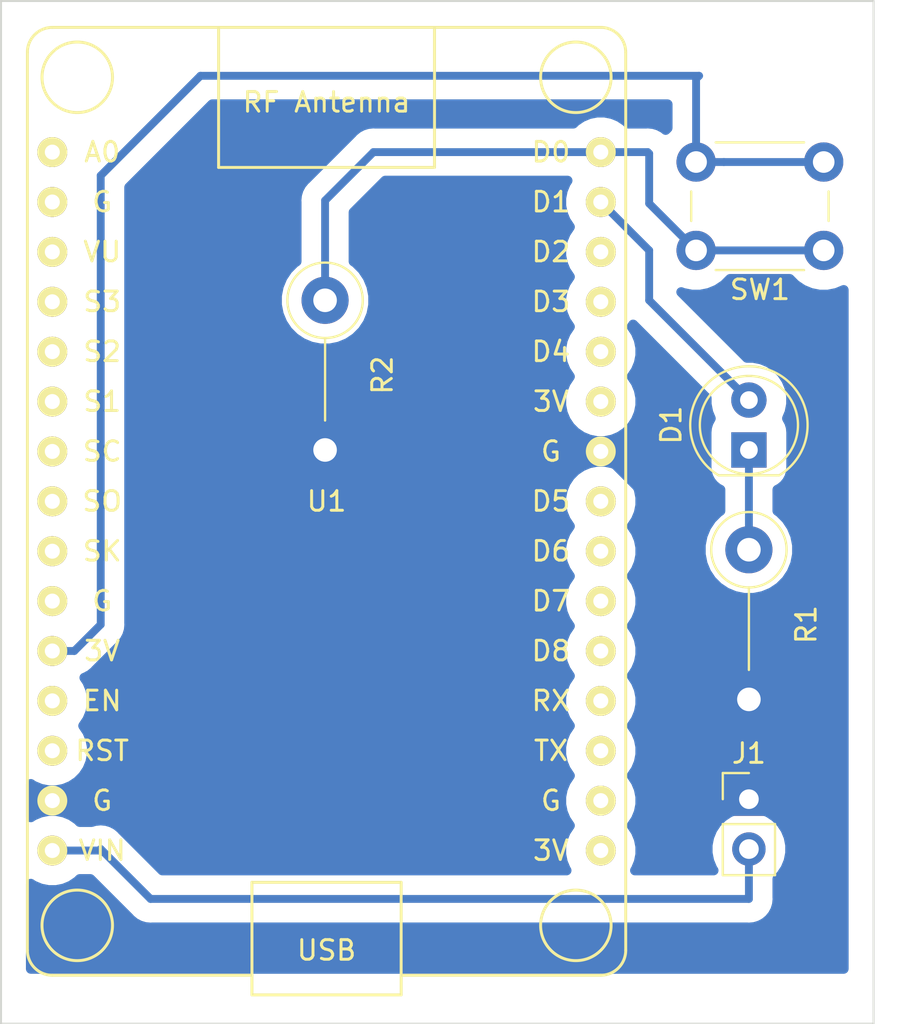
<source format=kicad_pcb>
(kicad_pcb (version 20171130) (host pcbnew 5.1.5-52549c5~86~ubuntu18.04.1)

  (general
    (thickness 1.6)
    (drawings 4)
    (tracks 36)
    (zones 0)
    (modules 6)
    (nets 31)
  )

  (page A4)
  (title_block
    (title "NodeMCU Boton del Pánio ")
    (date 2020-04-20)
    (rev V1.0)
    (company "IES Seritium")
    (comment 1 "por Aurelio Gallardo ")
  )

  (layers
    (0 F.Cu jumper)
    (31 B.Cu signal)
    (33 F.Adhes user)
    (35 F.Paste user)
    (37 F.SilkS user)
    (38 B.Mask user)
    (39 F.Mask user)
    (40 Dwgs.User user)
    (41 Cmts.User user)
    (42 Eco1.User user)
    (43 Eco2.User user)
    (44 Edge.Cuts user)
    (45 Margin user)
    (46 B.CrtYd user)
    (47 F.CrtYd user)
    (49 F.Fab user)
  )

  (setup
    (last_trace_width 0.25)
    (user_trace_width 0.4)
    (trace_clearance 0.2)
    (zone_clearance 0.508)
    (zone_45_only no)
    (trace_min 0.2)
    (via_size 0.8)
    (via_drill 0.4)
    (via_min_size 0.4)
    (via_min_drill 0.3)
    (user_via 0.5 0.4)
    (uvia_size 0.3)
    (uvia_drill 0.1)
    (uvias_allowed no)
    (uvia_min_size 0.2)
    (uvia_min_drill 0.1)
    (edge_width 0.05)
    (segment_width 0.2)
    (pcb_text_width 0.3)
    (pcb_text_size 1.5 1.5)
    (mod_edge_width 0.12)
    (mod_text_size 1 1)
    (mod_text_width 0.15)
    (pad_size 1.524 1.524)
    (pad_drill 0.762)
    (pad_to_mask_clearance 0.051)
    (solder_mask_min_width 0.25)
    (aux_axis_origin 0 0)
    (visible_elements FFFFFF7F)
    (pcbplotparams
      (layerselection 0x010fc_ffffffff)
      (usegerberextensions false)
      (usegerberattributes false)
      (usegerberadvancedattributes false)
      (creategerberjobfile false)
      (excludeedgelayer true)
      (linewidth 0.100000)
      (plotframeref false)
      (viasonmask false)
      (mode 1)
      (useauxorigin false)
      (hpglpennumber 1)
      (hpglpenspeed 20)
      (hpglpendiameter 15.000000)
      (psnegative false)
      (psa4output false)
      (plotreference true)
      (plotvalue true)
      (plotinvisibletext false)
      (padsonsilk false)
      (subtractmaskfromsilk false)
      (outputformat 1)
      (mirror false)
      (drillshape 1)
      (scaleselection 1)
      (outputdirectory ""))
  )

  (net 0 "")
  (net 1 "Net-(D1-Pad1)")
  (net 2 "Net-(D1-Pad2)")
  (net 3 /SWtoD0)
  (net 4 Vdc)
  (net 5 "Net-(U1-Pad1)")
  (net 6 "Net-(U1-Pad2)")
  (net 7 "Net-(U1-Pad3)")
  (net 8 "Net-(U1-Pad4)")
  (net 9 "Net-(U1-Pad5)")
  (net 10 "Net-(U1-Pad6)")
  (net 11 "Net-(U1-Pad7)")
  (net 12 "Net-(U1-Pad8)")
  (net 13 "Net-(U1-Pad9)")
  (net 14 "Net-(U1-Pad10)")
  (net 15 "Net-(U1-Pad12)")
  (net 16 "Net-(U1-Pad13)")
  (net 17 "Net-(U1-Pad16)")
  (net 18 "Net-(U1-Pad17)")
  (net 19 "Net-(U1-Pad18)")
  (net 20 "Net-(U1-Pad19)")
  (net 21 "Net-(U1-Pad20)")
  (net 22 "Net-(U1-Pad21)")
  (net 23 "Net-(U1-Pad22)")
  (net 24 "Net-(U1-Pad23)")
  (net 25 "Net-(U1-Pad25)")
  (net 26 "Net-(U1-Pad26)")
  (net 27 "Net-(U1-Pad27)")
  (net 28 "Net-(U1-Pad28)")
  (net 29 GND)
  (net 30 5V)

  (net_class Default "Esta es la clase de red por defecto."
    (clearance 0.2)
    (trace_width 0.25)
    (via_dia 0.8)
    (via_drill 0.4)
    (uvia_dia 0.3)
    (uvia_drill 0.1)
    (add_net /SWtoD0)
    (add_net 5V)
    (add_net GND)
    (add_net "Net-(D1-Pad1)")
    (add_net "Net-(D1-Pad2)")
    (add_net "Net-(U1-Pad1)")
    (add_net "Net-(U1-Pad10)")
    (add_net "Net-(U1-Pad12)")
    (add_net "Net-(U1-Pad13)")
    (add_net "Net-(U1-Pad16)")
    (add_net "Net-(U1-Pad17)")
    (add_net "Net-(U1-Pad18)")
    (add_net "Net-(U1-Pad19)")
    (add_net "Net-(U1-Pad2)")
    (add_net "Net-(U1-Pad20)")
    (add_net "Net-(U1-Pad21)")
    (add_net "Net-(U1-Pad22)")
    (add_net "Net-(U1-Pad23)")
    (add_net "Net-(U1-Pad25)")
    (add_net "Net-(U1-Pad26)")
    (add_net "Net-(U1-Pad27)")
    (add_net "Net-(U1-Pad28)")
    (add_net "Net-(U1-Pad3)")
    (add_net "Net-(U1-Pad4)")
    (add_net "Net-(U1-Pad5)")
    (add_net "Net-(U1-Pad6)")
    (add_net "Net-(U1-Pad7)")
    (add_net "Net-(U1-Pad8)")
    (add_net "Net-(U1-Pad9)")
    (add_net Vdc)
  )

  (module "NODEMCU:NodeMCU1.0(12-E)" (layer F.Cu) (tedit 5AF3DDCB) (tstamp 5E9F30CE)
    (at 121.995001 82.625001)
    (path /5E9D762E)
    (fp_text reference U1 (at 0 0) (layer F.SilkS)
      (effects (font (size 1 1) (thickness 0.15)))
    )
    (fp_text value "NodeMCU1.0(ESP-12E)" (at 0 -5.08) (layer F.Fab)
      (effects (font (size 1 1) (thickness 0.15)))
    )
    (fp_line (start 13.98 24.13) (end 3.81 24.13) (layer F.SilkS) (width 0.15))
    (fp_text user USB (at 0 22.86) (layer F.SilkS)
      (effects (font (size 1 1) (thickness 0.15)))
    )
    (fp_text user "RF Antenna" (at 0 -20.32) (layer F.SilkS)
      (effects (font (size 1 1) (thickness 0.15)))
    )
    (fp_line (start 5.5 -17) (end -5.5 -17) (layer F.SilkS) (width 0.15))
    (fp_line (start 5.5 -24.13) (end 5.5 -17) (layer F.SilkS) (width 0.15))
    (fp_line (start -5.5 -17) (end -5.5 -24.13) (layer F.SilkS) (width 0.15))
    (fp_line (start -3.8 25.13) (end -3.8 19.4) (layer F.SilkS) (width 0.15))
    (fp_line (start -3.8 19.4) (end 3.8 19.4) (layer F.SilkS) (width 0.15))
    (fp_line (start 3.8 19.4) (end 3.8 25.13) (layer F.SilkS) (width 0.15))
    (fp_line (start 3.8 25.13) (end -3.8 25.13) (layer F.SilkS) (width 0.15))
    (fp_arc (start -13.97 -22.86) (end -15.24 -22.86) (angle 90) (layer F.SilkS) (width 0.15))
    (fp_arc (start 13.97 -22.86) (end 13.97 -24.13) (angle 90) (layer F.SilkS) (width 0.15))
    (fp_arc (start 13.97 22.86) (end 15.24 22.86) (angle 90) (layer F.SilkS) (width 0.15))
    (fp_arc (start -13.97 22.86) (end -13.97 24.13) (angle 90) (layer F.SilkS) (width 0.15))
    (fp_line (start 15.24 -22.86) (end 15.24 22.86) (layer F.SilkS) (width 0.15))
    (fp_line (start -15.24 -22.86) (end -15.24 22.86) (layer F.SilkS) (width 0.15))
    (fp_line (start -3.8 24.13) (end -13.97 24.13) (layer F.SilkS) (width 0.15))
    (fp_text user VIN (at -11.43 17.78) (layer F.SilkS)
      (effects (font (size 1 1) (thickness 0.15)))
    )
    (fp_text user G (at -11.43 15.24) (layer F.SilkS)
      (effects (font (size 1 1) (thickness 0.15)))
    )
    (fp_text user RST (at -11.43 12.7) (layer F.SilkS)
      (effects (font (size 1 1) (thickness 0.15)))
    )
    (fp_text user EN (at -11.43 10.16) (layer F.SilkS)
      (effects (font (size 1 1) (thickness 0.15)))
    )
    (fp_text user 3V (at -11.43 7.62) (layer F.SilkS)
      (effects (font (size 1 1) (thickness 0.15)))
    )
    (fp_text user G (at -11.43 5.08) (layer F.SilkS)
      (effects (font (size 1 1) (thickness 0.15)))
    )
    (fp_text user SK (at -11.43 2.54) (layer F.SilkS)
      (effects (font (size 1 1) (thickness 0.15)))
    )
    (fp_text user SO (at -11.43 0) (layer F.SilkS)
      (effects (font (size 1 1) (thickness 0.15)))
    )
    (fp_text user SC (at -11.43 -2.54) (layer F.SilkS)
      (effects (font (size 1 1) (thickness 0.15)))
    )
    (fp_text user S1 (at -11.43 -5.08) (layer F.SilkS)
      (effects (font (size 1 1) (thickness 0.15)))
    )
    (fp_text user S2 (at -11.43 -7.62) (layer F.SilkS)
      (effects (font (size 1 1) (thickness 0.15)))
    )
    (fp_text user S3 (at -11.43 -10.16) (layer F.SilkS)
      (effects (font (size 1 1) (thickness 0.15)))
    )
    (fp_text user VU (at -11.43 -12.7) (layer F.SilkS)
      (effects (font (size 1 1) (thickness 0.15)))
    )
    (fp_text user G (at -11.43 -15.24) (layer F.SilkS)
      (effects (font (size 1 1) (thickness 0.15)))
    )
    (fp_text user A0 (at -11.43 -17.78) (layer F.SilkS)
      (effects (font (size 1 1) (thickness 0.15)))
    )
    (fp_text user 3V (at 11.43 17.78) (layer F.SilkS)
      (effects (font (size 1 1) (thickness 0.15)))
    )
    (fp_text user G (at 11.43 15.24) (layer F.SilkS)
      (effects (font (size 1 1) (thickness 0.15)))
    )
    (fp_text user TX (at 11.43 12.7) (layer F.SilkS)
      (effects (font (size 1 1) (thickness 0.15)))
    )
    (fp_text user RX (at 11.43 10.16) (layer F.SilkS)
      (effects (font (size 1 1) (thickness 0.15)))
    )
    (fp_text user D8 (at 11.43 7.62) (layer F.SilkS)
      (effects (font (size 1 1) (thickness 0.15)))
    )
    (fp_text user D7 (at 11.43 5.08) (layer F.SilkS)
      (effects (font (size 1 1) (thickness 0.15)))
    )
    (fp_text user D6 (at 11.43 2.54) (layer F.SilkS)
      (effects (font (size 1 1) (thickness 0.15)))
    )
    (fp_text user D5 (at 11.43 0) (layer F.SilkS)
      (effects (font (size 1 1) (thickness 0.15)))
    )
    (fp_text user G (at 11.43 -2.54) (layer F.SilkS)
      (effects (font (size 1 1) (thickness 0.15)))
    )
    (fp_text user 3V (at 11.43 -5.08) (layer F.SilkS)
      (effects (font (size 1 1) (thickness 0.15)))
    )
    (fp_text user D4 (at 11.43 -7.62) (layer F.SilkS)
      (effects (font (size 1 1) (thickness 0.15)))
    )
    (fp_text user D3 (at 11.43 -10.16) (layer F.SilkS)
      (effects (font (size 1 1) (thickness 0.15)))
    )
    (fp_text user D2 (at 11.43 -12.7) (layer F.SilkS)
      (effects (font (size 1 1) (thickness 0.15)))
    )
    (fp_text user D1 (at 11.43 -15.24) (layer F.SilkS)
      (effects (font (size 1 1) (thickness 0.15)))
    )
    (fp_text user D0 (at 11.43 -17.78) (layer F.SilkS)
      (effects (font (size 1 1) (thickness 0.15)))
    )
    (fp_circle (center 12.7 21.59) (end 13.97 20.32) (layer F.SilkS) (width 0.15))
    (fp_circle (center -12.7 21.59) (end -11.43 20.32) (layer F.SilkS) (width 0.15))
    (fp_circle (center -12.7 -21.59) (end -11.43 -22.86) (layer F.SilkS) (width 0.15))
    (fp_circle (center 12.7 -21.59) (end 13.97 -22.86) (layer F.SilkS) (width 0.15))
    (fp_line (start 13.97 -24.13) (end -13.97 -24.13) (layer F.SilkS) (width 0.15))
    (pad 1 thru_hole circle (at -13.97 -17.78) (size 1.524 1.524) (drill 0.762) (layers *.Cu *.Mask F.SilkS)
      (net 5 "Net-(U1-Pad1)"))
    (pad 2 thru_hole circle (at -13.97 -15.24) (size 1.524 1.524) (drill 0.762) (layers *.Cu *.Mask F.SilkS)
      (net 6 "Net-(U1-Pad2)"))
    (pad 3 thru_hole circle (at -13.97 -12.7) (size 1.524 1.524) (drill 0.762) (layers *.Cu *.Mask F.SilkS)
      (net 7 "Net-(U1-Pad3)"))
    (pad 4 thru_hole circle (at -13.97 -10.16) (size 1.524 1.524) (drill 0.762) (layers *.Cu *.Mask F.SilkS)
      (net 8 "Net-(U1-Pad4)"))
    (pad 5 thru_hole circle (at -13.97 -7.62) (size 1.524 1.524) (drill 0.762) (layers *.Cu *.Mask F.SilkS)
      (net 9 "Net-(U1-Pad5)"))
    (pad 6 thru_hole circle (at -13.97 -5.08) (size 1.524 1.524) (drill 0.762) (layers *.Cu *.Mask F.SilkS)
      (net 10 "Net-(U1-Pad6)"))
    (pad 7 thru_hole circle (at -13.97 -2.54) (size 1.524 1.524) (drill 0.762) (layers *.Cu *.Mask F.SilkS)
      (net 11 "Net-(U1-Pad7)"))
    (pad 8 thru_hole circle (at -13.97 0) (size 1.524 1.524) (drill 0.762) (layers *.Cu *.Mask F.SilkS)
      (net 12 "Net-(U1-Pad8)"))
    (pad 9 thru_hole circle (at -13.97 2.54) (size 1.524 1.524) (drill 0.762) (layers *.Cu *.Mask F.SilkS)
      (net 13 "Net-(U1-Pad9)"))
    (pad 10 thru_hole circle (at -13.97 5.08) (size 1.524 1.524) (drill 0.762) (layers *.Cu *.Mask F.SilkS)
      (net 14 "Net-(U1-Pad10)"))
    (pad 11 thru_hole circle (at -13.97 7.62) (size 1.524 1.524) (drill 0.762) (layers *.Cu *.Mask F.SilkS)
      (net 4 Vdc))
    (pad 12 thru_hole circle (at -13.97 10.16) (size 1.524 1.524) (drill 0.762) (layers *.Cu *.Mask F.SilkS)
      (net 15 "Net-(U1-Pad12)"))
    (pad 13 thru_hole circle (at -13.97 12.7) (size 1.524 1.524) (drill 0.762) (layers *.Cu *.Mask F.SilkS)
      (net 16 "Net-(U1-Pad13)"))
    (pad 14 thru_hole circle (at -13.97 15.24) (size 1.524 1.524) (drill 0.762) (layers *.Cu *.Mask F.SilkS)
      (net 29 GND))
    (pad 15 thru_hole circle (at -13.97 17.78) (size 1.524 1.524) (drill 0.762) (layers *.Cu *.Mask F.SilkS)
      (net 30 5V))
    (pad 16 thru_hole circle (at 13.97 17.78) (size 1.524 1.524) (drill 0.762) (layers *.Cu *.Mask F.SilkS)
      (net 17 "Net-(U1-Pad16)"))
    (pad 17 thru_hole circle (at 13.97 15.24) (size 1.524 1.524) (drill 0.762) (layers *.Cu *.Mask F.SilkS)
      (net 18 "Net-(U1-Pad17)"))
    (pad 18 thru_hole circle (at 13.97 12.7) (size 1.524 1.524) (drill 0.762) (layers *.Cu *.Mask F.SilkS)
      (net 19 "Net-(U1-Pad18)"))
    (pad 19 thru_hole circle (at 13.97 10.16) (size 1.524 1.524) (drill 0.762) (layers *.Cu *.Mask F.SilkS)
      (net 20 "Net-(U1-Pad19)"))
    (pad 20 thru_hole circle (at 13.97 7.62) (size 1.524 1.524) (drill 0.762) (layers *.Cu *.Mask F.SilkS)
      (net 21 "Net-(U1-Pad20)"))
    (pad 21 thru_hole circle (at 13.97 5.08) (size 1.524 1.524) (drill 0.762) (layers *.Cu *.Mask F.SilkS)
      (net 22 "Net-(U1-Pad21)"))
    (pad 22 thru_hole circle (at 13.97 2.54) (size 1.524 1.524) (drill 0.762) (layers *.Cu *.Mask F.SilkS)
      (net 23 "Net-(U1-Pad22)"))
    (pad 23 thru_hole circle (at 13.97 0) (size 1.524 1.524) (drill 0.762) (layers *.Cu *.Mask F.SilkS)
      (net 24 "Net-(U1-Pad23)"))
    (pad 24 thru_hole circle (at 13.97 -2.54) (size 1.524 1.524) (drill 0.762) (layers *.Cu *.Mask F.SilkS)
      (net 29 GND))
    (pad 25 thru_hole circle (at 13.97 -5.08) (size 1.524 1.524) (drill 0.762) (layers *.Cu *.Mask F.SilkS)
      (net 25 "Net-(U1-Pad25)"))
    (pad 26 thru_hole circle (at 13.97 -7.62) (size 1.524 1.524) (drill 0.762) (layers *.Cu *.Mask F.SilkS)
      (net 26 "Net-(U1-Pad26)"))
    (pad 27 thru_hole circle (at 13.97 -10.16) (size 1.524 1.524) (drill 0.762) (layers *.Cu *.Mask F.SilkS)
      (net 27 "Net-(U1-Pad27)"))
    (pad 28 thru_hole circle (at 13.97 -12.7) (size 1.524 1.524) (drill 0.762) (layers *.Cu *.Mask F.SilkS)
      (net 28 "Net-(U1-Pad28)"))
    (pad 29 thru_hole circle (at 13.97 -15.24) (size 1.524 1.524) (drill 0.762) (layers *.Cu *.Mask F.SilkS)
      (net 2 "Net-(D1-Pad2)"))
    (pad 30 thru_hole circle (at 13.97 -17.78) (size 1.524 1.524) (drill 0.762) (layers *.Cu *.Mask F.SilkS)
      (net 3 /SWtoD0))
  )

  (module LED_THT:LED_D5.0mm (layer F.Cu) (tedit 5995936A) (tstamp 5E9F3025)
    (at 143.51 80.01 90)
    (descr "LED, diameter 5.0mm, 2 pins, http://cdn-reichelt.de/documents/datenblatt/A500/LL-504BC2E-009.pdf")
    (tags "LED diameter 5.0mm 2 pins")
    (path /5E9DA556)
    (fp_text reference D1 (at 1.27 -3.96 90) (layer F.SilkS)
      (effects (font (size 1 1) (thickness 0.15)))
    )
    (fp_text value LED (at 1.27 3.96 90) (layer F.Fab)
      (effects (font (size 1 1) (thickness 0.15)))
    )
    (fp_arc (start 1.27 0) (end -1.23 -1.469694) (angle 299.1) (layer F.Fab) (width 0.1))
    (fp_arc (start 1.27 0) (end -1.29 -1.54483) (angle 148.9) (layer F.SilkS) (width 0.12))
    (fp_arc (start 1.27 0) (end -1.29 1.54483) (angle -148.9) (layer F.SilkS) (width 0.12))
    (fp_circle (center 1.27 0) (end 3.77 0) (layer F.Fab) (width 0.1))
    (fp_circle (center 1.27 0) (end 3.77 0) (layer F.SilkS) (width 0.12))
    (fp_line (start -1.23 -1.469694) (end -1.23 1.469694) (layer F.Fab) (width 0.1))
    (fp_line (start -1.29 -1.545) (end -1.29 1.545) (layer F.SilkS) (width 0.12))
    (fp_line (start -1.95 -3.25) (end -1.95 3.25) (layer F.CrtYd) (width 0.05))
    (fp_line (start -1.95 3.25) (end 4.5 3.25) (layer F.CrtYd) (width 0.05))
    (fp_line (start 4.5 3.25) (end 4.5 -3.25) (layer F.CrtYd) (width 0.05))
    (fp_line (start 4.5 -3.25) (end -1.95 -3.25) (layer F.CrtYd) (width 0.05))
    (fp_text user %R (at 1.25 0 90) (layer F.Fab)
      (effects (font (size 0.8 0.8) (thickness 0.2)))
    )
    (pad 1 thru_hole rect (at 0 0 90) (size 1.8 1.8) (drill 0.9) (layers *.Cu *.Mask)
      (net 1 "Net-(D1-Pad1)"))
    (pad 2 thru_hole circle (at 2.54 0 90) (size 1.8 1.8) (drill 0.9) (layers *.Cu *.Mask)
      (net 2 "Net-(D1-Pad2)"))
    (model ${KISYS3DMOD}/LED_THT.3dshapes/LED_D5.0mm.wrl
      (at (xyz 0 0 0))
      (scale (xyz 1 1 1))
      (rotate (xyz 0 0 0))
    )
  )

  (module Connector_PinHeader_2.54mm:PinHeader_1x02_P2.54mm_Vertical (layer F.Cu) (tedit 59FED5CC) (tstamp 5E9F303B)
    (at 143.51 97.79)
    (descr "Through hole straight pin header, 1x02, 2.54mm pitch, single row")
    (tags "Through hole pin header THT 1x02 2.54mm single row")
    (path /5E9EB940)
    (fp_text reference J1 (at 0 -2.33) (layer F.SilkS)
      (effects (font (size 1 1) (thickness 0.15)))
    )
    (fp_text value Conn_01x02_Female (at 0 4.87) (layer F.Fab)
      (effects (font (size 1 1) (thickness 0.15)))
    )
    (fp_line (start -0.635 -1.27) (end 1.27 -1.27) (layer F.Fab) (width 0.1))
    (fp_line (start 1.27 -1.27) (end 1.27 3.81) (layer F.Fab) (width 0.1))
    (fp_line (start 1.27 3.81) (end -1.27 3.81) (layer F.Fab) (width 0.1))
    (fp_line (start -1.27 3.81) (end -1.27 -0.635) (layer F.Fab) (width 0.1))
    (fp_line (start -1.27 -0.635) (end -0.635 -1.27) (layer F.Fab) (width 0.1))
    (fp_line (start -1.33 3.87) (end 1.33 3.87) (layer F.SilkS) (width 0.12))
    (fp_line (start -1.33 1.27) (end -1.33 3.87) (layer F.SilkS) (width 0.12))
    (fp_line (start 1.33 1.27) (end 1.33 3.87) (layer F.SilkS) (width 0.12))
    (fp_line (start -1.33 1.27) (end 1.33 1.27) (layer F.SilkS) (width 0.12))
    (fp_line (start -1.33 0) (end -1.33 -1.33) (layer F.SilkS) (width 0.12))
    (fp_line (start -1.33 -1.33) (end 0 -1.33) (layer F.SilkS) (width 0.12))
    (fp_line (start -1.8 -1.8) (end -1.8 4.35) (layer F.CrtYd) (width 0.05))
    (fp_line (start -1.8 4.35) (end 1.8 4.35) (layer F.CrtYd) (width 0.05))
    (fp_line (start 1.8 4.35) (end 1.8 -1.8) (layer F.CrtYd) (width 0.05))
    (fp_line (start 1.8 -1.8) (end -1.8 -1.8) (layer F.CrtYd) (width 0.05))
    (fp_text user %R (at 0.834999 0.984999 90) (layer F.Fab)
      (effects (font (size 1 1) (thickness 0.15)))
    )
    (pad 1 thru_hole rect (at 0 0) (size 1.7 1.7) (drill 1) (layers *.Cu *.Mask)
      (net 29 GND))
    (pad 2 thru_hole oval (at 0 2.54) (size 1.7 1.7) (drill 1) (layers *.Cu *.Mask)
      (net 30 5V))
    (model ${KISYS3DMOD}/Connector_PinHeader_2.54mm.3dshapes/PinHeader_1x02_P2.54mm_Vertical.wrl
      (at (xyz 0 0 0))
      (scale (xyz 1 1 1))
      (rotate (xyz 0 0 0))
    )
  )

  (module Resistor_THT:R_Axial_DIN0411_L9.9mm_D3.6mm_P7.62mm_Vertical (layer F.Cu) (tedit 5AE5139B) (tstamp 5E9F304A)
    (at 143.51 85.09 270)
    (descr "Resistor, Axial_DIN0411 series, Axial, Vertical, pin pitch=7.62mm, 1W, length*diameter=9.9*3.6mm^2")
    (tags "Resistor Axial_DIN0411 series Axial Vertical pin pitch 7.62mm 1W length 9.9mm diameter 3.6mm")
    (path /5E9DB671)
    (fp_text reference R1 (at 3.81 -2.92 90) (layer F.SilkS)
      (effects (font (size 1 1) (thickness 0.15)))
    )
    (fp_text value 220 (at 3.81 2.92 90) (layer F.Fab)
      (effects (font (size 1 1) (thickness 0.15)))
    )
    (fp_circle (center 0 0) (end 1.8 0) (layer F.Fab) (width 0.1))
    (fp_circle (center 0 0) (end 1.92 0) (layer F.SilkS) (width 0.12))
    (fp_line (start 0 0) (end 7.62 0) (layer F.Fab) (width 0.1))
    (fp_line (start 1.92 0) (end 6.12 0) (layer F.SilkS) (width 0.12))
    (fp_line (start -2.05 -2.05) (end -2.05 2.05) (layer F.CrtYd) (width 0.05))
    (fp_line (start -2.05 2.05) (end 9.07 2.05) (layer F.CrtYd) (width 0.05))
    (fp_line (start 9.07 2.05) (end 9.07 -2.05) (layer F.CrtYd) (width 0.05))
    (fp_line (start 9.07 -2.05) (end -2.05 -2.05) (layer F.CrtYd) (width 0.05))
    (fp_text user %R (at 3.81 -2.92 90) (layer F.Fab)
      (effects (font (size 1 1) (thickness 0.15)))
    )
    (pad 1 thru_hole circle (at 0 0 270) (size 2.4 2.4) (drill 1.2) (layers *.Cu *.Mask)
      (net 1 "Net-(D1-Pad1)"))
    (pad 2 thru_hole oval (at 7.62 0 270) (size 2.4 2.4) (drill 1.2) (layers *.Cu *.Mask)
      (net 29 GND))
    (model ${KISYS3DMOD}/Resistor_THT.3dshapes/R_Axial_DIN0411_L9.9mm_D3.6mm_P7.62mm_Vertical.wrl
      (at (xyz 0 0 0))
      (scale (xyz 1 1 1))
      (rotate (xyz 0 0 0))
    )
  )

  (module Resistor_THT:R_Axial_DIN0411_L9.9mm_D3.6mm_P7.62mm_Vertical (layer F.Cu) (tedit 5AE5139B) (tstamp 5E9F3059)
    (at 121.92 72.39 270)
    (descr "Resistor, Axial_DIN0411 series, Axial, Vertical, pin pitch=7.62mm, 1W, length*diameter=9.9*3.6mm^2")
    (tags "Resistor Axial_DIN0411 series Axial Vertical pin pitch 7.62mm 1W length 9.9mm diameter 3.6mm")
    (path /5E9DC341)
    (fp_text reference R2 (at 3.81 -2.92 90) (layer F.SilkS)
      (effects (font (size 1 1) (thickness 0.15)))
    )
    (fp_text value 10k (at 3.81 2.92 90) (layer F.Fab)
      (effects (font (size 1 1) (thickness 0.15)))
    )
    (fp_text user %R (at 3.81 -2.92 90) (layer F.Fab)
      (effects (font (size 1 1) (thickness 0.15)))
    )
    (fp_line (start 9.07 -2.05) (end -2.05 -2.05) (layer F.CrtYd) (width 0.05))
    (fp_line (start 9.07 2.05) (end 9.07 -2.05) (layer F.CrtYd) (width 0.05))
    (fp_line (start -2.05 2.05) (end 9.07 2.05) (layer F.CrtYd) (width 0.05))
    (fp_line (start -2.05 -2.05) (end -2.05 2.05) (layer F.CrtYd) (width 0.05))
    (fp_line (start 1.92 0) (end 6.12 0) (layer F.SilkS) (width 0.12))
    (fp_line (start 0 0) (end 7.62 0) (layer F.Fab) (width 0.1))
    (fp_circle (center 0 0) (end 1.92 0) (layer F.SilkS) (width 0.12))
    (fp_circle (center 0 0) (end 1.8 0) (layer F.Fab) (width 0.1))
    (pad 2 thru_hole oval (at 7.62 0 270) (size 2.4 2.4) (drill 1.2) (layers *.Cu *.Mask)
      (net 29 GND))
    (pad 1 thru_hole circle (at 0 0 270) (size 2.4 2.4) (drill 1.2) (layers *.Cu *.Mask)
      (net 3 /SWtoD0))
    (model ${KISYS3DMOD}/Resistor_THT.3dshapes/R_Axial_DIN0411_L9.9mm_D3.6mm_P7.62mm_Vertical.wrl
      (at (xyz 0 0 0))
      (scale (xyz 1 1 1))
      (rotate (xyz 0 0 0))
    )
  )

  (module Button_Switch_THT:SW_PUSH_6mm_H13mm (layer F.Cu) (tedit 5A02FE31) (tstamp 5E9F3078)
    (at 147.32 69.85 180)
    (descr "tactile push button, 6x6mm e.g. PHAP33xx series, height=13mm")
    (tags "tact sw push 6mm")
    (path /5E9DBCBD)
    (fp_text reference SW1 (at 3.25 -2) (layer F.SilkS)
      (effects (font (size 1 1) (thickness 0.15)))
    )
    (fp_text value SW_Push_Dual_x2 (at 3.75 6.7) (layer F.Fab)
      (effects (font (size 1 1) (thickness 0.15)))
    )
    (fp_text user %R (at 3.25 2.25) (layer F.Fab)
      (effects (font (size 1 1) (thickness 0.15)))
    )
    (fp_line (start 3.25 -0.75) (end 6.25 -0.75) (layer F.Fab) (width 0.1))
    (fp_line (start 6.25 -0.75) (end 6.25 5.25) (layer F.Fab) (width 0.1))
    (fp_line (start 6.25 5.25) (end 0.25 5.25) (layer F.Fab) (width 0.1))
    (fp_line (start 0.25 5.25) (end 0.25 -0.75) (layer F.Fab) (width 0.1))
    (fp_line (start 0.25 -0.75) (end 3.25 -0.75) (layer F.Fab) (width 0.1))
    (fp_line (start 7.75 6) (end 8 6) (layer F.CrtYd) (width 0.05))
    (fp_line (start 8 6) (end 8 5.75) (layer F.CrtYd) (width 0.05))
    (fp_line (start 7.75 -1.5) (end 8 -1.5) (layer F.CrtYd) (width 0.05))
    (fp_line (start 8 -1.5) (end 8 -1.25) (layer F.CrtYd) (width 0.05))
    (fp_line (start -1.5 -1.25) (end -1.5 -1.5) (layer F.CrtYd) (width 0.05))
    (fp_line (start -1.5 -1.5) (end -1.25 -1.5) (layer F.CrtYd) (width 0.05))
    (fp_line (start -1.5 5.75) (end -1.5 6) (layer F.CrtYd) (width 0.05))
    (fp_line (start -1.5 6) (end -1.25 6) (layer F.CrtYd) (width 0.05))
    (fp_line (start -1.25 -1.5) (end 7.75 -1.5) (layer F.CrtYd) (width 0.05))
    (fp_line (start -1.5 5.75) (end -1.5 -1.25) (layer F.CrtYd) (width 0.05))
    (fp_line (start 7.75 6) (end -1.25 6) (layer F.CrtYd) (width 0.05))
    (fp_line (start 8 -1.25) (end 8 5.75) (layer F.CrtYd) (width 0.05))
    (fp_line (start 1 5.5) (end 5.5 5.5) (layer F.SilkS) (width 0.12))
    (fp_line (start -0.25 1.5) (end -0.25 3) (layer F.SilkS) (width 0.12))
    (fp_line (start 5.5 -1) (end 1 -1) (layer F.SilkS) (width 0.12))
    (fp_line (start 6.75 3) (end 6.75 1.5) (layer F.SilkS) (width 0.12))
    (fp_circle (center 3.25 2.25) (end 1.25 2.5) (layer F.Fab) (width 0.1))
    (pad 2 thru_hole circle (at 0 4.5 270) (size 2 2) (drill 1.1) (layers *.Cu *.Mask)
      (net 4 Vdc))
    (pad 1 thru_hole circle (at 0 0 270) (size 2 2) (drill 1.1) (layers *.Cu *.Mask)
      (net 3 /SWtoD0))
    (pad 2 thru_hole circle (at 6.5 4.5 270) (size 2 2) (drill 1.1) (layers *.Cu *.Mask)
      (net 4 Vdc))
    (pad 1 thru_hole circle (at 6.5 0 270) (size 2 2) (drill 1.1) (layers *.Cu *.Mask)
      (net 3 /SWtoD0))
    (model ${KISYS3DMOD}/Button_Switch_THT.3dshapes/SW_PUSH_6mm_H13mm.wrl
      (at (xyz 0 0 0))
      (scale (xyz 1 1 1))
      (rotate (xyz 0 0 0))
    )
  )

  (gr_line (start 149.86 57.15) (end 149.86 109.22) (layer Edge.Cuts) (width 0.1))
  (gr_line (start 105.41 57.15) (end 149.86 57.15) (layer Edge.Cuts) (width 0.1))
  (gr_line (start 105.41 109.22) (end 105.41 57.15) (layer Edge.Cuts) (width 0.1))
  (gr_line (start 149.86 109.22) (end 105.41 109.22) (layer Edge.Cuts) (width 0.1))

  (segment (start 143.51 80.01) (end 143.51 85.09) (width 0.4) (layer B.Cu) (net 1))
  (segment (start 135.965001 67.385001) (end 138.43 69.85) (width 0.4) (layer B.Cu) (net 2))
  (segment (start 138.43 69.85) (end 138.43 72.39) (width 0.4) (layer B.Cu) (net 2))
  (segment (start 138.43 72.39) (end 143.51 77.47) (width 0.4) (layer B.Cu) (net 2))
  (segment (start 135.965001 64.845001) (end 138.354999 64.845001) (width 0.4) (layer B.Cu) (net 3))
  (segment (start 138.354999 64.845001) (end 138.43 64.920002) (width 0.4) (layer B.Cu) (net 3))
  (segment (start 138.43 67.46) (end 140.82 69.85) (width 0.4) (layer B.Cu) (net 3))
  (segment (start 138.43 64.920002) (end 138.43 67.46) (width 0.4) (layer B.Cu) (net 3))
  (segment (start 147.32 69.85) (end 140.82 69.85) (width 0.4) (layer B.Cu) (net 3))
  (segment (start 135.965001 64.845001) (end 124.384999 64.845001) (width 0.4) (layer B.Cu) (net 3))
  (segment (start 121.92 67.31) (end 121.92 72.39) (width 0.4) (layer B.Cu) (net 3))
  (segment (start 124.384999 64.845001) (end 121.92 67.31) (width 0.4) (layer B.Cu) (net 3))
  (segment (start 142.234213 65.35) (end 147.32 65.35) (width 0.4) (layer B.Cu) (net 4))
  (segment (start 140.82 65.35) (end 142.234213 65.35) (width 0.4) (layer B.Cu) (net 4))
  (segment (start 140.82 61.11) (end 140.82 65.35) (width 0.4) (layer B.Cu) (net 4))
  (segment (start 109.144999 90.245001) (end 110.49 88.9) (width 0.4) (layer B.Cu) (net 4))
  (segment (start 115.57 60.96) (end 140.97 60.96) (width 0.4) (layer B.Cu) (net 4))
  (segment (start 140.97 60.96) (end 140.82 61.11) (width 0.4) (layer B.Cu) (net 4))
  (segment (start 110.49 88.9) (end 110.49 66.04) (width 0.4) (layer B.Cu) (net 4))
  (segment (start 108.025001 90.245001) (end 109.144999 90.245001) (width 0.4) (layer B.Cu) (net 4))
  (segment (start 110.49 66.04) (end 115.57 60.96) (width 0.4) (layer B.Cu) (net 4))
  (segment (start 108.025001 97.865001) (end 114.224999 97.865001) (width 0.4) (layer B.Cu) (net 29))
  (segment (start 121.92 90.17) (end 121.92 80.01) (width 0.4) (layer B.Cu) (net 29))
  (segment (start 114.224999 97.865001) (end 121.92 90.17) (width 0.4) (layer B.Cu) (net 29))
  (segment (start 135.89 80.01) (end 135.965001 80.085001) (width 0.4) (layer B.Cu) (net 29))
  (segment (start 121.92 80.01) (end 135.89 80.01) (width 0.4) (layer B.Cu) (net 29))
  (segment (start 135.965001 80.085001) (end 139.7 83.82) (width 0.4) (layer B.Cu) (net 29))
  (segment (start 139.7 83.82) (end 139.7 91.44) (width 0.4) (layer B.Cu) (net 29))
  (segment (start 140.97 92.71) (end 143.51 92.71) (width 0.4) (layer B.Cu) (net 29))
  (segment (start 139.7 91.44) (end 140.97 92.71) (width 0.4) (layer B.Cu) (net 29))
  (segment (start 143.51 97.79) (end 143.51 92.71) (width 0.4) (layer B.Cu) (net 29))
  (segment (start 143.51 100.33) (end 143.51 102.87) (width 0.4) (layer B.Cu) (net 30))
  (segment (start 143.51 102.87) (end 113.03 102.87) (width 0.4) (layer B.Cu) (net 30))
  (segment (start 113.03 102.87) (end 110.49 100.33) (width 0.4) (layer B.Cu) (net 30))
  (segment (start 110.414999 100.405001) (end 108.025001 100.405001) (width 0.4) (layer B.Cu) (net 30))
  (segment (start 110.49 100.33) (end 110.414999 100.405001) (width 0.4) (layer B.Cu) (net 30))

  (zone (net 29) (net_name GND) (layer B.Cu) (tstamp 0) (hatch edge 0.508)
    (connect_pads yes (clearance 1))
    (min_thickness 0.5)
    (fill yes (arc_segments 32) (thermal_gap 1) (thermal_bridge_width 1))
    (polygon
      (pts
        (xy 148.59 106.68) (xy 106.68 106.68) (xy 106.68 58.42) (xy 148.59 58.42)
      )
    )
    (filled_polygon
      (pts
        (xy 139.370001 63.618018) (xy 139.268834 63.719185) (xy 139.164473 63.633537) (xy 138.912575 63.498895) (xy 138.639249 63.415982)
        (xy 138.426224 63.395001) (xy 138.426214 63.395001) (xy 138.354999 63.387987) (xy 138.283784 63.395001) (xy 137.360398 63.395001)
        (xy 137.247576 63.282179) (xy 136.91804 63.06199) (xy 136.55188 62.910321) (xy 136.163166 62.833001) (xy 135.766836 62.833001)
        (xy 135.378122 62.910321) (xy 135.011962 63.06199) (xy 134.682426 63.282179) (xy 134.569604 63.395001) (xy 124.456213 63.395001)
        (xy 124.384998 63.387987) (xy 124.313783 63.395001) (xy 124.313774 63.395001) (xy 124.100749 63.415982) (xy 123.827423 63.498895)
        (xy 123.708565 63.562426) (xy 123.575525 63.633537) (xy 123.410057 63.769333) (xy 123.410054 63.769336) (xy 123.354734 63.814736)
        (xy 123.309333 63.870057) (xy 120.945057 66.234334) (xy 120.889735 66.279736) (xy 120.844335 66.335056) (xy 120.844332 66.335059)
        (xy 120.764806 66.431962) (xy 120.708536 66.500527) (xy 120.573894 66.752425) (xy 120.490981 67.025751) (xy 120.47 67.238776)
        (xy 120.47 67.238785) (xy 120.462986 67.31) (xy 120.47 67.381215) (xy 120.470001 70.412268) (xy 120.358216 70.48696)
        (xy 120.01696 70.828216) (xy 119.748838 71.22949) (xy 119.564152 71.675361) (xy 119.47 72.148696) (xy 119.47 72.631304)
        (xy 119.564152 73.104639) (xy 119.748838 73.55051) (xy 120.01696 73.951784) (xy 120.358216 74.29304) (xy 120.75949 74.561162)
        (xy 121.205361 74.745848) (xy 121.678696 74.84) (xy 122.161304 74.84) (xy 122.634639 74.745848) (xy 123.08051 74.561162)
        (xy 123.481784 74.29304) (xy 123.82304 73.951784) (xy 124.091162 73.55051) (xy 124.275848 73.104639) (xy 124.37 72.631304)
        (xy 124.37 72.148696) (xy 124.275848 71.675361) (xy 124.091162 71.22949) (xy 123.82304 70.828216) (xy 123.481784 70.48696)
        (xy 123.37 70.412269) (xy 123.37 67.910609) (xy 124.985609 66.295001) (xy 134.273504 66.295001) (xy 134.18199 66.431962)
        (xy 134.030321 66.798122) (xy 133.953001 67.186836) (xy 133.953001 67.583166) (xy 134.030321 67.97188) (xy 134.18199 68.33804)
        (xy 134.393777 68.655001) (xy 134.18199 68.971962) (xy 134.030321 69.338122) (xy 133.953001 69.726836) (xy 133.953001 70.123166)
        (xy 134.030321 70.51188) (xy 134.18199 70.87804) (xy 134.393777 71.195001) (xy 134.18199 71.511962) (xy 134.030321 71.878122)
        (xy 133.953001 72.266836) (xy 133.953001 72.663166) (xy 134.030321 73.05188) (xy 134.18199 73.41804) (xy 134.393777 73.735001)
        (xy 134.18199 74.051962) (xy 134.030321 74.418122) (xy 133.953001 74.806836) (xy 133.953001 75.203166) (xy 134.030321 75.59188)
        (xy 134.18199 75.95804) (xy 134.393777 76.275001) (xy 134.18199 76.591962) (xy 134.030321 76.958122) (xy 133.953001 77.346836)
        (xy 133.953001 77.743166) (xy 134.030321 78.13188) (xy 134.18199 78.49804) (xy 134.402179 78.827576) (xy 134.682426 79.107823)
        (xy 135.011962 79.328012) (xy 135.378122 79.479681) (xy 135.766836 79.557001) (xy 136.163166 79.557001) (xy 136.55188 79.479681)
        (xy 136.91804 79.328012) (xy 137.247576 79.107823) (xy 137.527823 78.827576) (xy 137.748012 78.49804) (xy 137.899681 78.13188)
        (xy 137.977001 77.743166) (xy 137.977001 77.346836) (xy 137.899681 76.958122) (xy 137.748012 76.591962) (xy 137.536225 76.275001)
        (xy 137.748012 75.95804) (xy 137.899681 75.59188) (xy 137.977001 75.203166) (xy 137.977001 74.806836) (xy 137.899681 74.418122)
        (xy 137.748012 74.051962) (xy 137.536225 73.735001) (xy 137.611594 73.622203) (xy 141.36 77.37061) (xy 141.36 77.681757)
        (xy 141.442623 78.097132) (xy 141.570609 78.406115) (xy 141.565634 78.412177) (xy 141.449563 78.629331) (xy 141.378087 78.864957)
        (xy 141.353952 79.11) (xy 141.353952 80.91) (xy 141.378087 81.155043) (xy 141.449563 81.390669) (xy 141.565634 81.607823)
        (xy 141.72184 81.79816) (xy 141.912177 81.954366) (xy 142.06 82.033379) (xy 142.060001 83.112268) (xy 141.948216 83.18696)
        (xy 141.60696 83.528216) (xy 141.338838 83.92949) (xy 141.154152 84.375361) (xy 141.06 84.848696) (xy 141.06 85.331304)
        (xy 141.154152 85.804639) (xy 141.338838 86.25051) (xy 141.60696 86.651784) (xy 141.948216 86.99304) (xy 142.34949 87.261162)
        (xy 142.795361 87.445848) (xy 143.268696 87.54) (xy 143.751304 87.54) (xy 144.224639 87.445848) (xy 144.67051 87.261162)
        (xy 145.071784 86.99304) (xy 145.41304 86.651784) (xy 145.681162 86.25051) (xy 145.865848 85.804639) (xy 145.96 85.331304)
        (xy 145.96 84.848696) (xy 145.865848 84.375361) (xy 145.681162 83.92949) (xy 145.41304 83.528216) (xy 145.071784 83.18696)
        (xy 144.96 83.112269) (xy 144.96 82.033379) (xy 145.107823 81.954366) (xy 145.29816 81.79816) (xy 145.454366 81.607823)
        (xy 145.570437 81.390669) (xy 145.641913 81.155043) (xy 145.666048 80.91) (xy 145.666048 79.11) (xy 145.641913 78.864957)
        (xy 145.570437 78.629331) (xy 145.454366 78.412177) (xy 145.449391 78.406115) (xy 145.577377 78.097132) (xy 145.66 77.681757)
        (xy 145.66 77.258243) (xy 145.577377 76.842868) (xy 145.415305 76.451593) (xy 145.180014 76.099455) (xy 144.880545 75.799986)
        (xy 144.528407 75.564695) (xy 144.137132 75.402623) (xy 143.721757 75.32) (xy 143.41061 75.32) (xy 140.062031 71.971422)
        (xy 140.163699 72.013534) (xy 140.598394 72.1) (xy 141.041606 72.1) (xy 141.476301 72.013534) (xy 141.885775 71.843924)
        (xy 142.254292 71.597689) (xy 142.551981 71.3) (xy 145.588019 71.3) (xy 145.885708 71.597689) (xy 146.254225 71.843924)
        (xy 146.663699 72.013534) (xy 147.098394 72.1) (xy 147.541606 72.1) (xy 147.976301 72.013534) (xy 148.34 71.862885)
        (xy 148.34 106.43) (xy 106.93 106.43) (xy 106.93 102.093156) (xy 107.071962 102.188012) (xy 107.438122 102.339681)
        (xy 107.826836 102.417001) (xy 108.223166 102.417001) (xy 108.61188 102.339681) (xy 108.97804 102.188012) (xy 109.307576 101.967823)
        (xy 109.420398 101.855001) (xy 109.964392 101.855001) (xy 111.954334 103.844944) (xy 111.999735 103.900265) (xy 112.055055 103.945665)
        (xy 112.055058 103.945668) (xy 112.174092 104.043356) (xy 112.220526 104.081464) (xy 112.472424 104.216106) (xy 112.74575 104.299019)
        (xy 112.958775 104.32) (xy 112.958784 104.32) (xy 113.029999 104.327014) (xy 113.101214 104.32) (xy 143.438775 104.32)
        (xy 143.51 104.327015) (xy 143.79425 104.299019) (xy 144.067576 104.216106) (xy 144.319474 104.081464) (xy 144.540265 103.900265)
        (xy 144.721464 103.679474) (xy 144.856106 103.427576) (xy 144.939019 103.15425) (xy 144.96 102.941225) (xy 144.967015 102.87)
        (xy 144.96 102.798775) (xy 144.96 101.849849) (xy 145.141177 101.668672) (xy 145.370996 101.324723) (xy 145.529298 100.942547)
        (xy 145.61 100.536832) (xy 145.61 100.123168) (xy 145.529298 99.717453) (xy 145.370996 99.335277) (xy 145.141177 98.991328)
        (xy 144.848672 98.698823) (xy 144.504723 98.469004) (xy 144.122547 98.310702) (xy 143.716832 98.23) (xy 143.303168 98.23)
        (xy 142.897453 98.310702) (xy 142.515277 98.469004) (xy 142.171328 98.698823) (xy 141.878823 98.991328) (xy 141.649004 99.335277)
        (xy 141.490702 99.717453) (xy 141.41 100.123168) (xy 141.41 100.536832) (xy 141.490702 100.942547) (xy 141.649004 101.324723)
        (xy 141.712666 101.42) (xy 137.706612 101.42) (xy 137.748012 101.35804) (xy 137.899681 100.99188) (xy 137.977001 100.603166)
        (xy 137.977001 100.206836) (xy 137.899681 99.818122) (xy 137.748012 99.451962) (xy 137.536225 99.135001) (xy 137.748012 98.81804)
        (xy 137.899681 98.45188) (xy 137.977001 98.063166) (xy 137.977001 97.666836) (xy 137.899681 97.278122) (xy 137.748012 96.911962)
        (xy 137.536225 96.595001) (xy 137.748012 96.27804) (xy 137.899681 95.91188) (xy 137.977001 95.523166) (xy 137.977001 95.126836)
        (xy 137.899681 94.738122) (xy 137.748012 94.371962) (xy 137.536225 94.055001) (xy 137.748012 93.73804) (xy 137.899681 93.37188)
        (xy 137.977001 92.983166) (xy 137.977001 92.586836) (xy 137.899681 92.198122) (xy 137.748012 91.831962) (xy 137.536225 91.515001)
        (xy 137.748012 91.19804) (xy 137.899681 90.83188) (xy 137.977001 90.443166) (xy 137.977001 90.046836) (xy 137.899681 89.658122)
        (xy 137.748012 89.291962) (xy 137.536225 88.975001) (xy 137.748012 88.65804) (xy 137.899681 88.29188) (xy 137.977001 87.903166)
        (xy 137.977001 87.506836) (xy 137.899681 87.118122) (xy 137.748012 86.751962) (xy 137.536225 86.435001) (xy 137.748012 86.11804)
        (xy 137.899681 85.75188) (xy 137.977001 85.363166) (xy 137.977001 84.966836) (xy 137.899681 84.578122) (xy 137.748012 84.211962)
        (xy 137.536225 83.895001) (xy 137.748012 83.57804) (xy 137.899681 83.21188) (xy 137.977001 82.823166) (xy 137.977001 82.426836)
        (xy 137.899681 82.038122) (xy 137.748012 81.671962) (xy 137.527823 81.342426) (xy 137.247576 81.062179) (xy 136.91804 80.84199)
        (xy 136.55188 80.690321) (xy 136.163166 80.613001) (xy 135.766836 80.613001) (xy 135.378122 80.690321) (xy 135.011962 80.84199)
        (xy 134.682426 81.062179) (xy 134.402179 81.342426) (xy 134.18199 81.671962) (xy 134.030321 82.038122) (xy 133.953001 82.426836)
        (xy 133.953001 82.823166) (xy 134.030321 83.21188) (xy 134.18199 83.57804) (xy 134.393777 83.895001) (xy 134.18199 84.211962)
        (xy 134.030321 84.578122) (xy 133.953001 84.966836) (xy 133.953001 85.363166) (xy 134.030321 85.75188) (xy 134.18199 86.11804)
        (xy 134.393777 86.435001) (xy 134.18199 86.751962) (xy 134.030321 87.118122) (xy 133.953001 87.506836) (xy 133.953001 87.903166)
        (xy 134.030321 88.29188) (xy 134.18199 88.65804) (xy 134.393777 88.975001) (xy 134.18199 89.291962) (xy 134.030321 89.658122)
        (xy 133.953001 90.046836) (xy 133.953001 90.443166) (xy 134.030321 90.83188) (xy 134.18199 91.19804) (xy 134.393777 91.515001)
        (xy 134.18199 91.831962) (xy 134.030321 92.198122) (xy 133.953001 92.586836) (xy 133.953001 92.983166) (xy 134.030321 93.37188)
        (xy 134.18199 93.73804) (xy 134.393777 94.055001) (xy 134.18199 94.371962) (xy 134.030321 94.738122) (xy 133.953001 95.126836)
        (xy 133.953001 95.523166) (xy 134.030321 95.91188) (xy 134.18199 96.27804) (xy 134.393777 96.595001) (xy 134.18199 96.911962)
        (xy 134.030321 97.278122) (xy 133.953001 97.666836) (xy 133.953001 98.063166) (xy 134.030321 98.45188) (xy 134.18199 98.81804)
        (xy 134.393777 99.135001) (xy 134.18199 99.451962) (xy 134.030321 99.818122) (xy 133.953001 100.206836) (xy 133.953001 100.603166)
        (xy 134.030321 100.99188) (xy 134.18199 101.35804) (xy 134.22339 101.42) (xy 113.63061 101.42) (xy 111.56566 99.355051)
        (xy 111.520264 99.299736) (xy 111.464949 99.25434) (xy 111.464941 99.254332) (xy 111.299473 99.118536) (xy 111.047574 98.983894)
        (xy 110.774249 98.900982) (xy 110.49 98.872986) (xy 110.489999 98.872986) (xy 110.20575 98.900982) (xy 110.027673 98.955001)
        (xy 109.420398 98.955001) (xy 109.307576 98.842179) (xy 108.97804 98.62199) (xy 108.61188 98.470321) (xy 108.223166 98.393001)
        (xy 107.826836 98.393001) (xy 107.438122 98.470321) (xy 107.071962 98.62199) (xy 106.93 98.716846) (xy 106.93 97.013156)
        (xy 107.071962 97.108012) (xy 107.438122 97.259681) (xy 107.826836 97.337001) (xy 108.223166 97.337001) (xy 108.61188 97.259681)
        (xy 108.97804 97.108012) (xy 109.307576 96.887823) (xy 109.587823 96.607576) (xy 109.808012 96.27804) (xy 109.959681 95.91188)
        (xy 110.037001 95.523166) (xy 110.037001 95.126836) (xy 109.959681 94.738122) (xy 109.808012 94.371962) (xy 109.596225 94.055001)
        (xy 109.808012 93.73804) (xy 109.959681 93.37188) (xy 110.037001 92.983166) (xy 110.037001 92.586836) (xy 109.959681 92.198122)
        (xy 109.808012 91.831962) (xy 109.656431 91.605105) (xy 109.702575 91.591107) (xy 109.954473 91.456465) (xy 110.175264 91.275266)
        (xy 110.220669 91.21994) (xy 111.464944 89.975665) (xy 111.520264 89.930265) (xy 111.701464 89.709474) (xy 111.836106 89.457576)
        (xy 111.919019 89.18425) (xy 111.94 88.971225) (xy 111.94 88.971217) (xy 111.947014 88.9) (xy 111.94 88.828783)
        (xy 111.94 66.640609) (xy 116.17061 62.41) (xy 139.37 62.41)
      )
    )
  )
)

</source>
